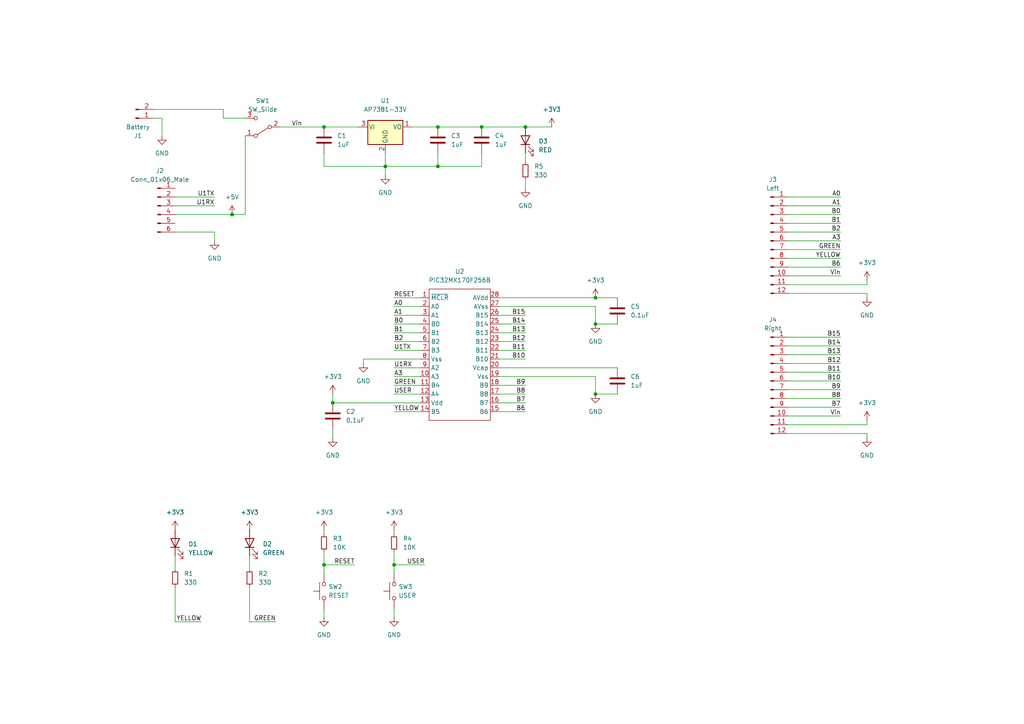
<source format=kicad_sch>
(kicad_sch (version 20211123) (generator eeschema)
  (paper "A4")
  (title_block (title "PIC32 Line Follower") (date "2023-04-08") (rev "1") (company "Northwestern") (comment 1 "Author: Marno Nel"))
  (lib_symbols
    (symbol "Connector:Conn_01x02_Male" (pin_names (offset 1.016) hide)
      (property "Reference" "J" (at 0 2.54 0))
      (property "Value" "Conn_01x02_Male" (at 0 -5.08 0))
      (symbol "Conn_01x02_Male_1_1"
        (polyline (pts (xy 1.27 -2.54) (xy 0.8636 -2.54)) (stroke (width 0.1524)))
        (polyline (pts (xy 1.27 0) (xy 0.8636 0)) (stroke (width 0.1524)))
        (rectangle (start 0.8636 -2.413) (end 0 -2.667) (stroke (width 0.1524)) (fill (type outline)))
        (rectangle (start 0.8636 0.127) (end 0 -0.127) (stroke (width 0.1524)) (fill (type outline)))
        (pin passive line (at 5.08 0 180) (length 3.81) (name "Pin_1") (number "1"))
        (pin passive line (at 5.08 -2.54 180) (length 3.81) (name "Pin_2") (number "2"))
      )
    )
    (symbol "Connector:Conn_01x06_Male" (pin_names (offset 1.016) hide)
      (property "Reference" "J" (at 0 7.62 0))
      (property "Value" "Conn_01x06_Male" (at 0 -10.16 0))
      (symbol "Conn_01x06_Male_1_1"
        (polyline (pts (xy 1.27 -7.62) (xy 0.8636 -7.62)) (stroke (width 0.1524)))
        (polyline (pts (xy 1.27 -5.08) (xy 0.8636 -5.08)) (stroke (width 0.1524)))
        (polyline (pts (xy 1.27 -2.54) (xy 0.8636 -2.54)) (stroke (width 0.1524)))
        (polyline (pts (xy 1.27 0) (xy 0.8636 0)) (stroke (width 0.1524)))
        (polyline (pts (xy 1.27 2.54) (xy 0.8636 2.54)) (stroke (width 0.1524)))
        (polyline (pts (xy 1.27 5.08) (xy 0.8636 5.08)) (stroke (width 0.1524)))
        (rectangle (start 0.8636 -7.493) (end 0 -7.747) (stroke (width 0.1524)) (fill (type outline)))
        (rectangle (start 0.8636 -4.953) (end 0 -5.207) (stroke (width 0.1524)) (fill (type outline)))
        (rectangle (start 0.8636 -2.413) (end 0 -2.667) (stroke (width 0.1524)) (fill (type outline)))
        (rectangle (start 0.8636 0.127) (end 0 -0.127) (stroke (width 0.1524)) (fill (type outline)))
        (rectangle (start 0.8636 2.667) (end 0 2.413) (stroke (width 0.1524)) (fill (type outline)))
        (rectangle (start 0.8636 5.207) (end 0 4.953) (stroke (width 0.1524)) (fill (type outline)))
        (pin passive line (at 5.08 5.08 180) (length 3.81) (name "Pin_1") (number "1"))
        (pin passive line (at 5.08 2.54 180) (length 3.81) (name "Pin_2") (number "2"))
        (pin passive line (at 5.08 0 180) (length 3.81) (name "Pin_3") (number "3"))
        (pin passive line (at 5.08 -2.54 180) (length 3.81) (name "Pin_4") (number "4"))
        (pin passive line (at 5.08 -5.08 180) (length 3.81) (name "Pin_5") (number "5"))
        (pin passive line (at 5.08 -7.62 180) (length 3.81) (name "Pin_6") (number "6"))
      )
    )
    (symbol "Connector:Conn_01x12_Male" (pin_names (offset 1.016) hide)
      (property "Reference" "J" (at 0 15.24 0))
      (property "Value" "Conn_01x12_Male" (at 0 -17.78 0))
      (symbol "Conn_01x12_Male_1_1"
        (polyline (pts (xy 1.27 -15.24) (xy 0.8636 -15.24)) (stroke (width 0.1524)))
        (polyline (pts (xy 1.27 -12.7) (xy 0.8636 -12.7)) (stroke (width 0.1524)))
        (polyline (pts (xy 1.27 -10.16) (xy 0.8636 -10.16)) (stroke (width 0.1524)))
        (polyline (pts (xy 1.27 -7.62) (xy 0.8636 -7.62)) (stroke (width 0.1524)))
        (polyline (pts (xy 1.27 -5.08) (xy 0.8636 -5.08)) (stroke (width 0.1524)))
        (polyline (pts (xy 1.27 -2.54) (xy 0.8636 -2.54)) (stroke (width 0.1524)))
        (polyline (pts (xy 1.27 0) (xy 0.8636 0)) (stroke (width 0.1524)))
        (polyline (pts (xy 1.27 2.54) (xy 0.8636 2.54)) (stroke (width 0.1524)))
        (polyline (pts (xy 1.27 5.08) (xy 0.8636 5.08)) (stroke (width 0.1524)))
        (polyline (pts (xy 1.27 7.62) (xy 0.8636 7.62)) (stroke (width 0.1524)))
        (polyline (pts (xy 1.27 10.16) (xy 0.8636 10.16)) (stroke (width 0.1524)))
        (polyline (pts (xy 1.27 12.7) (xy 0.8636 12.7)) (stroke (width 0.1524)))
        (rectangle (start 0.8636 -15.113) (end 0 -15.367) (stroke (width 0.1524)) (fill (type outline)))
        (rectangle (start 0.8636 -12.573) (end 0 -12.827) (stroke (width 0.1524)) (fill (type outline)))
        (rectangle (start 0.8636 -10.033) (end 0 -10.287) (stroke (width 0.1524)) (fill (type outline)))
        (rectangle (start 0.8636 -7.493) (end 0 -7.747) (stroke (width 0.1524)) (fill (type outline)))
        (rectangle (start 0.8636 -4.953) (end 0 -5.207) (stroke (width 0.1524)) (fill (type outline)))
        (rectangle (start 0.8636 -2.413) (end 0 -2.667) (stroke (width 0.1524)) (fill (type outline)))
        (rectangle (start 0.8636 0.127) (end 0 -0.127) (stroke (width 0.1524)) (fill (type outline)))
        (rectangle (start 0.8636 2.667) (end 0 2.413) (stroke (width 0.1524)) (fill (type outline)))
        (rectangle (start 0.8636 5.207) (end 0 4.953) (stroke (width 0.1524)) (fill (type outline)))
        (rectangle (start 0.8636 7.747) (end 0 7.493) (stroke (width 0.1524)) (fill (type outline)))
        (rectangle (start 0.8636 10.287) (end 0 10.033) (stroke (width 0.1524)) (fill (type outline)))
        (rectangle (start 0.8636 12.827) (end 0 12.573) (stroke (width 0.1524)) (fill (type outline)))
        (pin passive line (at 5.08 12.7 180) (length 3.81) (name "Pin_1") (number "1"))
        (pin passive line (at 5.08 -10.16 180) (length 3.81) (name "Pin_10") (number "10"))
        (pin passive line (at 5.08 -12.7 180) (length 3.81) (name "Pin_11") (number "11"))
        (pin passive line (at 5.08 -15.24 180) (length 3.81) (name "Pin_12") (number "12"))
        (pin passive line (at 5.08 10.16 180) (length 3.81) (name "Pin_2") (number "2"))
        (pin passive line (at 5.08 7.62 180) (length 3.81) (name "Pin_3") (number "3"))
        (pin passive line (at 5.08 5.08 180) (length 3.81) (name "Pin_4") (number "4"))
        (pin passive line (at 5.08 2.54 180) (length 3.81) (name "Pin_5") (number "5"))
        (pin passive line (at 5.08 0 180) (length 3.81) (name "Pin_6") (number "6"))
        (pin passive line (at 5.08 -2.54 180) (length 3.81) (name "Pin_7") (number "7"))
        (pin passive line (at 5.08 -5.08 180) (length 3.81) (name "Pin_8") (number "8"))
        (pin passive line (at 5.08 -7.62 180) (length 3.81) (name "Pin_9") (number "9"))
      )
    )
    (symbol "Device:C" (pin_numbers hide) (pin_names (offset 0.254))
      (property "Reference" "C" (at 0.635 2.54 0))
      (property "Value" "C" (at 0.635 -2.54 0))
      (symbol "C_0_1"
        (polyline (pts (xy -2.032 -0.762) (xy 2.032 -0.762)) (stroke (width 0.508)))
        (polyline (pts (xy -2.032 0.762) (xy 2.032 0.762)) (stroke (width 0.508)))
      )
      (symbol "C_1_1"
        (pin passive line (at 0 3.81 270) (length 2.794) (name "~") (number "1"))
        (pin passive line (at 0 -3.81 90) (length 2.794) (name "~") (number "2"))
      )
    )
    (symbol "Device:LED" (pin_numbers hide) (pin_names (offset 1.016) hide)
      (property "Reference" "D" (at 0 2.54 0))
      (property "Value" "LED" (at 0 -2.54 0))
      (symbol "LED_0_1"
        (polyline (pts (xy -1.27 -1.27) (xy -1.27 1.27)) (stroke (width 0.254)))
        (polyline (pts (xy -1.27 0) (xy 1.27 0)))
        (polyline (pts (xy 1.27 -1.27) (xy 1.27 1.27) (xy -1.27 0) (xy 1.27 -1.27)) (stroke (width 0.254)))
        (polyline (pts (xy -3.048 -0.762) (xy -4.572 -2.286) (xy -3.81 -2.286) (xy -4.572 -2.286) (xy -4.572 -1.524)))
        (polyline (pts (xy -1.778 -0.762) (xy -3.302 -2.286) (xy -2.54 -2.286) (xy -3.302 -2.286) (xy -3.302 -1.524)))
      )
      (symbol "LED_1_1"
        (pin passive line (at -3.81 0 0) (length 2.54) (name "K") (number "1"))
        (pin passive line (at 3.81 0 180) (length 2.54) (name "A") (number "2"))
      )
    )
    (symbol "Device:R_Small" (pin_numbers hide) (pin_names (offset 0.254) hide)
      (property "Reference" "R" (at 0.762 0.508 0))
      (property "Value" "R_Small" (at 0.762 -1.016 0))
      (symbol "R_Small_0_1"
        (rectangle (start -0.762 1.778) (end 0.762 -1.778) (stroke (width 0.2032)))
      )
      (symbol "R_Small_1_1"
        (pin passive line (at 0 2.54 270) (length 0.762) (name "~") (number "1"))
        (pin passive line (at 0 -2.54 90) (length 0.762) (name "~") (number "2"))
      )
    )
    (symbol "PIC32_PCB:AP7381-33V" (pin_names (offset 0.254))
      (property "Reference" "U" (at -3.81 3.175 0))
      (property "Value" "AP7381-33V" (at 0 3.175 0))
      (symbol "AP7381-33V_0_1"
        (rectangle (start -5.08 1.905) (end 5.08 -5.08) (stroke (width 0.254)) (fill (type background)))
      )
      (symbol "AP7381-33V_1_1"
        (pin power_out line (at 7.62 0 180) (length 2.54) (name "VO") (number "1"))
        (pin power_in line (at 0 -7.62 90) (length 2.54) (name "GND") (number "2"))
        (pin power_in line (at -7.62 0 0) (length 2.54) (name "VI") (number "3"))
      )
    )
    (symbol "PIC32_PCB:PIC32MX170F256B"
      (property "Reference" "U" (at -7.62 3.81 0))
      (property "Value" "PIC32MX170F256B" (at 0 1.27 0))
      (symbol "PIC32MX170F256B_0_1"
        (rectangle (start -8.89 -1.27) (end 8.89 -39.37))
      )
      (symbol "PIC32MX170F256B_1_1"
        (pin input line (at -11.43 -3.81 0) (length 2.54) (name "~{MCLR}") (number "1"))
        (pin bidirectional line (at -11.43 -26.67 0) (length 2.54) (name "A3") (number "10"))
        (pin bidirectional line (at -11.43 -29.21 0) (length 2.54) (name "B4") (number "11"))
        (pin bidirectional line (at -11.43 -31.75 0) (length 2.54) (name "A4") (number "12"))
        (pin power_out line (at -11.43 -34.29 0) (length 2.54) (name "Vdd") (number "13"))
        (pin bidirectional line (at -11.43 -36.83 0) (length 2.54) (name "B5") (number "14"))
        (pin bidirectional line (at 11.43 -36.83 180) (length 2.54) (name "B6") (number "15"))
        (pin bidirectional line (at 11.43 -34.29 180) (length 2.54) (name "B7") (number "16"))
        (pin bidirectional line (at 11.43 -31.75 180) (length 2.54) (name "B8") (number "17"))
        (pin bidirectional line (at 11.43 -29.21 180) (length 2.54) (name "B9") (number "18"))
        (pin power_in line (at 11.43 -26.67 180) (length 2.54) (name "Vss") (number "19"))
        (pin bidirectional line (at -11.43 -6.35 0) (length 2.54) (name "A0") (number "2"))
        (pin power_out line (at 11.43 -24.13 180) (length 2.54) (name "Vcap") (number "20"))
        (pin bidirectional line (at 11.43 -21.59 180) (length 2.54) (name "B10") (number "21"))
        (pin bidirectional line (at 11.43 -19.05 180) (length 2.54) (name "B11") (number "22"))
        (pin bidirectional line (at 11.43 -16.51 180) (length 2.54) (name "B12") (number "23"))
        (pin bidirectional line (at 11.43 -13.97 180) (length 2.54) (name "B13") (number "24"))
        (pin bidirectional line (at 11.43 -11.43 180) (length 2.54) (name "B14") (number "25"))
        (pin bidirectional line (at 11.43 -8.89 180) (length 2.54) (name "B15") (number "26"))
        (pin power_in line (at 11.43 -6.35 180) (length 2.54) (name "AVss") (number "27"))
        (pin power_out line (at 11.43 -3.81 180) (length 2.54) (name "AVdd") (number "28"))
        (pin bidirectional line (at -11.43 -8.89 0) (length 2.54) (name "A1") (number "3"))
        (pin bidirectional line (at -11.43 -11.43 0) (length 2.54) (name "B0") (number "4"))
        (pin bidirectional line (at -11.43 -13.97 0) (length 2.54) (name "B1") (number "5"))
        (pin bidirectional line (at -11.43 -16.51 0) (length 2.54) (name "B2") (number "6"))
        (pin bidirectional line (at -11.43 -19.05 0) (length 2.54) (name "B3") (number "7"))
        (pin power_in line (at -11.43 -21.59 0) (length 2.54) (name "Vss") (number "8"))
        (pin bidirectional line (at -11.43 -24.13 0) (length 2.54) (name "A2") (number "9"))
      )
    )
    (symbol "Switch:SW_Push" (pin_numbers hide) (pin_names (offset 1.016) hide)
      (property "Reference" "SW" (at 1.27 2.54 0))
      (property "Value" "SW_Push" (at 0 -1.524 0))
      (symbol "SW_Push_0_1"
        (circle (center -2.032 0) (radius 0.508))
        (polyline (pts (xy 0 1.27) (xy 0 3.048)))
        (polyline (pts (xy 2.54 1.27) (xy -2.54 1.27)))
        (circle (center 2.032 0) (radius 0.508))
        (pin passive line (at -5.08 0 0) (length 2.54) (name "1") (number "1"))
        (pin passive line (at 5.08 0 180) (length 2.54) (name "2") (number "2"))
      )
    )
    (symbol "Switch:SW_SPDT" (pin_names (offset 0) hide)
      (property "Reference" "SW" (at 0 4.318 0))
      (property "Value" "SW_SPDT" (at 0 -5.08 0))
      (symbol "SW_SPDT_0_0"
        (circle (center -2.032 0) (radius 0.508))
        (circle (center 2.032 -2.54) (radius 0.508))
      )
      (symbol "SW_SPDT_0_1"
        (polyline (pts (xy -1.524 0.254) (xy 1.651 2.286)))
        (circle (center 2.032 2.54) (radius 0.508))
      )
      (symbol "SW_SPDT_1_1"
        (pin passive line (at 5.08 2.54 180) (length 2.54) (name "A") (number "1"))
        (pin passive line (at -5.08 0 0) (length 2.54) (name "B") (number "2"))
        (pin passive line (at 5.08 -2.54 180) (length 2.54) (name "C") (number "3"))
      )
    )
    (symbol "power:+3.3V" (power) (pin_names (offset 0))
      (property "Value" "+3.3V" (at 0 3.556 0))
      (symbol "+3.3V_0_1"
        (polyline (pts (xy -0.762 1.27) (xy 0 2.54)))
        (polyline (pts (xy 0 0) (xy 0 2.54)))
        (polyline (pts (xy 0 2.54) (xy 0.762 1.27)))
      )
      (symbol "+3.3V_1_1"
        (pin power_in line (at 0 0 90) (length 0) hide (name "+3V3") (number "1"))
      )
    )
    (symbol "power:+5V" (power) (pin_names (offset 0))
      (property "Value" "+5V" (at 0 3.556 0))
      (symbol "+5V_0_1"
        (polyline (pts (xy -0.762 1.27) (xy 0 2.54)))
        (polyline (pts (xy 0 0) (xy 0 2.54)))
        (polyline (pts (xy 0 2.54) (xy 0.762 1.27)))
      )
      (symbol "+5V_1_1"
        (pin power_in line (at 0 0 90) (length 0) hide (name "+5V") (number "1"))
      )
    )
    (symbol "power:GND" (power) (pin_names (offset 0))
      (property "Value" "GND" (at 0 -3.81 0))
      (symbol "GND_0_1"
        (polyline (pts (xy 0 0) (xy 0 -1.27) (xy 1.27 -1.27) (xy 0 -2.54) (xy -1.27 -1.27) (xy 0 -1.27)))
      )
      (symbol "GND_1_1"
        (pin power_in line (at 0 0 270) (length 0) hide (name "GND") (number "1"))
      )
    )
  )
  (junction (at 172.72 114.3))
  (junction (at 96.52 116.84))
  (junction (at 139.7 36.83))
  (junction (at 114.3 163.83))
  (junction (at 93.98 163.83))
  (junction (at 67.31 62.23))
  (junction (at 93.98 36.83))
  (junction (at 111.76 48.26))
  (junction (at 127 48.26))
  (junction (at 172.72 86.36))
  (junction (at 172.72 93.98))
  (junction (at 127 36.83))
  (junction (at 152.4 36.83))
  (wire (pts (xy 144.78 109.22) (xy 172.72 109.22)))
  (wire (pts (xy 114.3 88.9) (xy 121.92 88.9)))
  (wire (pts (xy 93.98 160.02) (xy 93.98 163.83)))
  (wire (pts (xy 228.6 118.11) (xy 243.84 118.11)))
  (wire (pts (xy 144.78 99.06) (xy 152.4 99.06)))
  (wire (pts (xy 228.6 67.31) (xy 243.84 67.31)))
  (wire (pts (xy 93.98 179.07) (xy 93.98 176.53)))
  (wire (pts (xy 228.6 72.39) (xy 243.84 72.39)))
  (wire (pts (xy 93.98 163.83) (xy 93.98 166.37)))
  (wire (pts (xy 228.6 120.65) (xy 243.84 120.65)))
  (wire (pts (xy 114.3 153.67) (xy 114.3 154.94)))
  (wire (pts (xy 251.46 85.09) (xy 251.46 86.36)))
  (wire (pts (xy 144.78 101.6) (xy 152.4 101.6)))
  (wire (pts (xy 251.46 125.73) (xy 251.46 127)))
  (wire (pts (xy 228.6 107.95) (xy 243.84 107.95)))
  (wire (pts (xy 152.4 54.61) (xy 152.4 52.07)))
  (wire (pts (xy 144.78 119.38) (xy 152.4 119.38)))
  (wire (pts (xy 114.3 99.06) (xy 121.92 99.06)))
  (wire (pts (xy 228.6 82.55) (xy 251.46 82.55)))
  (wire (pts (xy 139.7 48.26) (xy 127 48.26)))
  (wire (pts (xy 114.3 109.22) (xy 121.92 109.22)))
  (wire (pts (xy 119.38 36.83) (xy 127 36.83)))
  (wire (pts (xy 144.78 111.76) (xy 152.4 111.76)))
  (wire (pts (xy 228.6 102.87) (xy 243.84 102.87)))
  (wire (pts (xy 228.6 125.73) (xy 251.46 125.73)))
  (wire (pts (xy 93.98 163.83) (xy 102.87 163.83)))
  (wire (pts (xy 139.7 36.83) (xy 152.4 36.83)))
  (wire (pts (xy 114.3 106.68) (xy 121.92 106.68)))
  (wire (pts (xy 96.52 116.84) (xy 121.92 116.84)))
  (wire (pts (xy 62.23 67.31) (xy 62.23 69.85)))
  (wire (pts (xy 114.3 111.76) (xy 121.92 111.76)))
  (wire (pts (xy 114.3 160.02) (xy 114.3 163.83)))
  (wire (pts (xy 121.92 104.14) (xy 105.41 104.14)))
  (wire (pts (xy 96.52 127) (xy 96.52 124.46)))
  (wire (pts (xy 50.8 161.29) (xy 50.8 165.1)))
  (wire (pts (xy 228.6 64.77) (xy 243.84 64.77)))
  (wire (pts (xy 93.98 48.26) (xy 111.76 48.26)))
  (wire (pts (xy 228.6 100.33) (xy 243.84 100.33)))
  (wire (pts (xy 67.31 62.23) (xy 71.12 62.23)))
  (wire (pts (xy 127 36.83) (xy 139.7 36.83)))
  (wire (pts (xy 139.7 44.45) (xy 139.7 48.26)))
  (wire (pts (xy 144.78 91.44) (xy 152.4 91.44)))
  (wire (pts (xy 50.8 57.15) (xy 62.23 57.15)))
  (wire (pts (xy 81.28 36.83) (xy 93.98 36.83)))
  (wire (pts (xy 228.6 80.01) (xy 243.84 80.01)))
  (wire (pts (xy 96.52 114.3) (xy 96.52 116.84)))
  (wire (pts (xy 152.4 46.99) (xy 152.4 44.45)))
  (wire (pts (xy 50.8 180.34) (xy 58.42 180.34)))
  (wire (pts (xy 228.6 113.03) (xy 243.84 113.03)))
  (wire (pts (xy 72.39 180.34) (xy 80.01 180.34)))
  (wire (pts (xy 228.6 62.23) (xy 243.84 62.23)))
  (wire (pts (xy 114.3 179.07) (xy 114.3 176.53)))
  (wire (pts (xy 93.98 44.45) (xy 93.98 48.26)))
  (wire (pts (xy 44.45 31.75) (xy 64.77 31.75)))
  (wire (pts (xy 144.78 86.36) (xy 172.72 86.36)))
  (wire (pts (xy 114.3 114.3) (xy 121.92 114.3)))
  (wire (pts (xy 228.6 59.69) (xy 243.84 59.69)))
  (wire (pts (xy 114.3 163.83) (xy 123.19 163.83)))
  (wire (pts (xy 72.39 170.18) (xy 72.39 180.34)))
  (wire (pts (xy 152.4 36.83) (xy 160.02 36.83)))
  (wire (pts (xy 64.77 31.75) (xy 64.77 34.29)))
  (wire (pts (xy 64.77 34.29) (xy 71.12 34.29)))
  (wire (pts (xy 228.6 115.57) (xy 243.84 115.57)))
  (wire (pts (xy 172.72 86.36) (xy 179.07 86.36)))
  (wire (pts (xy 93.98 36.83) (xy 104.14 36.83)))
  (wire (pts (xy 228.6 77.47) (xy 243.84 77.47)))
  (wire (pts (xy 144.78 88.9) (xy 172.72 88.9)))
  (wire (pts (xy 228.6 97.79) (xy 243.84 97.79)))
  (wire (pts (xy 144.78 96.52) (xy 152.4 96.52)))
  (wire (pts (xy 111.76 44.45) (xy 111.76 48.26)))
  (wire (pts (xy 144.78 114.3) (xy 152.4 114.3)))
  (wire (pts (xy 114.3 93.98) (xy 121.92 93.98)))
  (wire (pts (xy 251.46 123.19) (xy 251.46 121.92)))
  (wire (pts (xy 172.72 93.98) (xy 179.07 93.98)))
  (wire (pts (xy 172.72 114.3) (xy 179.07 114.3)))
  (wire (pts (xy 127 44.45) (xy 127 48.26)))
  (wire (pts (xy 228.6 85.09) (xy 251.46 85.09)))
  (wire (pts (xy 114.3 86.36) (xy 121.92 86.36)))
  (wire (pts (xy 50.8 170.18) (xy 50.8 180.34)))
  (wire (pts (xy 105.41 104.14) (xy 105.41 105.41)))
  (wire (pts (xy 228.6 74.93) (xy 243.84 74.93)))
  (wire (pts (xy 114.3 119.38) (xy 121.92 119.38)))
  (wire (pts (xy 228.6 110.49) (xy 243.84 110.49)))
  (wire (pts (xy 71.12 62.23) (xy 71.12 39.37)))
  (wire (pts (xy 50.8 67.31) (xy 62.23 67.31)))
  (wire (pts (xy 144.78 106.68) (xy 179.07 106.68)))
  (wire (pts (xy 228.6 69.85) (xy 243.84 69.85)))
  (wire (pts (xy 228.6 105.41) (xy 243.84 105.41)))
  (wire (pts (xy 114.3 101.6) (xy 121.92 101.6)))
  (wire (pts (xy 114.3 163.83) (xy 114.3 166.37)))
  (wire (pts (xy 46.99 34.29) (xy 46.99 39.37)))
  (wire (pts (xy 50.8 62.23) (xy 67.31 62.23)))
  (wire (pts (xy 114.3 91.44) (xy 121.92 91.44)))
  (wire (pts (xy 172.72 109.22) (xy 172.72 114.3)))
  (wire (pts (xy 144.78 93.98) (xy 152.4 93.98)))
  (wire (pts (xy 251.46 82.55) (xy 251.46 81.28)))
  (wire (pts (xy 93.98 153.67) (xy 93.98 154.94)))
  (wire (pts (xy 114.3 96.52) (xy 121.92 96.52)))
  (wire (pts (xy 72.39 161.29) (xy 72.39 165.1)))
  (wire (pts (xy 172.72 88.9) (xy 172.72 93.98)))
  (wire (pts (xy 144.78 104.14) (xy 152.4 104.14)))
  (wire (pts (xy 144.78 116.84) (xy 152.4 116.84)))
  (wire (pts (xy 111.76 48.26) (xy 111.76 50.8)))
  (wire (pts (xy 228.6 57.15) (xy 243.84 57.15)))
  (wire (pts (xy 228.6 123.19) (xy 251.46 123.19)))
  (wire (pts (xy 50.8 59.69) (xy 62.23 59.69)))
  (wire (pts (xy 44.45 34.29) (xy 46.99 34.29)))
  (wire (pts (xy 127 48.26) (xy 111.76 48.26)))
  (label "A1" (at 243.84 59.69 180))
  (label "B7" (at 243.84 118.11 180))
  (label "A3" (at 114.3 109.22 0))
  (label "A1" (at 114.3 91.44 0))
  (label "GREEN" (at 114.3 111.76 0))
  (label "U1TX" (at 62.23 57.15 180))
  (label "Vin" (at 243.84 80.01 180))
  (label "B12" (at 152.4 99.06 180))
  (label "A0" (at 243.84 57.15 180))
  (label "U1RX" (at 114.3 106.68 0))
  (label "GREEN" (at 243.84 72.39 180))
  (label "B8" (at 243.84 115.57 180))
  (label "YELLOW" (at 58.42 180.34 180))
  (label "B1" (at 243.84 64.77 180))
  (label "B0" (at 114.3 93.98 0))
  (label "U1TX" (at 114.3 101.6 0))
  (label "B14" (at 243.84 100.33 180))
  (label "B12" (at 243.84 105.41 180))
  (label "USER" (at 123.19 163.83 180))
  (label "B2" (at 114.3 99.06 0))
  (label "B7" (at 152.4 116.84 180))
  (label "B13" (at 152.4 96.52 180))
  (label "A0" (at 114.3 88.9 0))
  (label "B9" (at 152.4 111.76 180))
  (label "A3" (at 243.84 69.85 180))
  (label "RESET" (at 102.87 163.83 180))
  (label "B13" (at 243.84 102.87 180))
  (label "B6" (at 152.4 119.38 180))
  (label "Vin" (at 87.63 36.83 180))
  (label "B6" (at 243.84 77.47 180))
  (label "USER" (at 114.3 114.3 0))
  (label "B9" (at 243.84 113.03 180))
  (label "B14" (at 152.4 93.98 180))
  (label "YELLOW" (at 114.3 119.38 0))
  (label "B15" (at 152.4 91.44 180))
  (label "U1RX" (at 62.23 59.69 180))
  (label "B8" (at 152.4 114.3 180))
  (label "GREEN" (at 80.01 180.34 180))
  (label "YELLOW" (at 243.84 74.93 180))
  (label "B10" (at 152.4 104.14 180))
  (label "B11" (at 243.84 107.95 180))
  (label "B1" (at 114.3 96.52 0))
  (label "B10" (at 243.84 110.49 180))
  (label "B0" (at 243.84 62.23 180))
  (label "B2" (at 243.84 67.31 180))
  (label "B11" (at 152.4 101.6 180))
  (label "Vin" (at 243.84 120.65 180))
  (label "RESET" (at 114.3 86.36 0))
  (label "B15" (at 243.84 97.79 180))
  (symbol (lib_id "power:+3.3V") (at 93.98 153.67 0) (unit 1)
    (property "Reference" "#PWR06" (effects hide))
    (property "Value" "+3.3V" (at 93.98 148.59 0))
  )
  (symbol (lib_id "power:+3.3V") (at 251.46 121.92 0) (unit 1)
    (property "Reference" "#PWR021" (effects hide))
    (property "Value" "+3.3V" (at 251.46 116.84 0))
  )
  (symbol (lib_id "Connector:Conn_01x06_Male") (at 45.72 59.69 0) (unit 1)
    (property "Reference" "J2" (at 46.355 49.53 0))
    (property "Value" "Conn_01x06_Male" (at 46.355 52.07 0))
    (property "Footprint" "Connector_PinSocket_2.54mm:PinSocket_1x06_P2.54mm_Vertical" (effects hide))
  )
  (symbol (lib_id "Device:R_Small") (at 72.39 167.64 0) (unit 1)
    (property "Reference" "R2" (at 74.93 166.3699 0) (effects (justify left)))
    (property "Value" "330" (at 74.93 168.9099 0) (effects (justify left)))
    (property "Footprint" "Resistor_THT:R_Axial_DIN0207_L6.3mm_D2.5mm_P7.62mm_Horizontal" (effects hide))
  )
  (symbol (lib_id "power:+3.3V") (at 72.39 153.67 0) (unit 1)
    (property "Reference" "#PWR05" (effects hide))
    (property "Value" "+3.3V" (at 72.39 148.59 0))
  )
  (symbol (lib_id "PIC32_PCB:AP7381-33V") (at 111.76 36.83 0) (unit 1)
    (property "Reference" "U1" (at 111.76 29.21 0))
    (property "Value" "AP7381-33V" (at 111.76 31.75 0))
    (property "Footprint" "Package_TO_SOT_THT:TO-92L_Inline" (effects hide))
  )
  (symbol (lib_id "power:+3.3V") (at 172.72 86.36 0) (unit 1)
    (property "Reference" "#PWR016" (effects hide))
    (property "Value" "+3.3V" (at 172.72 81.28 0))
  )
  (symbol (lib_id "power:GND") (at 111.76 50.8 0) (unit 1)
    (property "Reference" "#PWR011" (effects hide))
    (property "Value" "GND" (at 111.76 55.88 0))
  )
  (symbol (lib_id "Switch:SW_SPDT") (at 76.2 36.83 180) (unit 1)
    (property "Reference" "SW1" (at 76.2 29.21 0))
    (property "Value" "SW_Slide" (at 76.2 31.75 0))
    (property "Footprint" "PIC32:Slide_Switch" (effects hide))
  )
  (symbol (lib_id "Device:C") (at 96.52 120.65 0) (unit 1)
    (property "Reference" "C2" (at 100.33 119.3799 0) (effects (justify left)))
    (property "Value" "0.1uF" (at 100.33 121.9199 0) (effects (justify left)))
    (property "Footprint" "Capacitor_THT:C_Disc_D3.8mm_W2.6mm_P2.50mm" (effects hide))
  )
  (symbol (lib_id "power:+3.3V") (at 251.46 81.28 0) (unit 1)
    (property "Reference" "#PWR019" (effects hide))
    (property "Value" "+3.3V" (at 251.46 76.2 0))
  )
  (symbol (lib_id "power:GND") (at 251.46 86.36 0) (unit 1)
    (property "Reference" "#PWR020" (effects hide))
    (property "Value" "GND" (at 251.46 91.44 0))
  )
  (symbol (lib_id "Device:LED") (at 152.4 40.64 90) (unit 1)
    (property "Reference" "D3" (at 156.21 40.9574 90) (effects (justify right)))
    (property "Value" "RED" (at 156.21 43.4974 90) (effects (justify right)))
    (property "Footprint" "LED_THT:LED_D3.0mm" (effects hide))
  )
  (symbol (lib_id "power:GND") (at 105.41 105.41 0) (unit 1)
    (property "Reference" "#PWR010" (effects hide))
    (property "Value" "GND" (at 105.41 110.49 0))
  )
  (symbol (lib_id "power:+3.3V") (at 50.8 153.67 0) (unit 1)
    (property "Reference" "#PWR02" (effects hide))
    (property "Value" "+3.3V" (at 50.8 148.59 0))
  )
  (symbol (lib_id "Switch:SW_Push") (at 114.3 171.45 90) (unit 1)
    (property "Reference" "SW3" (at 115.57 170.1799 90) (effects (justify right)))
    (property "Value" "USER" (at 115.57 172.7199 90) (effects (justify right)))
    (property "Footprint" "PIC32:PinSocket_1x03_P2.54mm_Vertical" (effects hide))
  )
  (symbol (lib_id "Device:C") (at 127 40.64 0) (unit 1)
    (property "Reference" "C3" (at 130.81 39.3699 0) (effects (justify left)))
    (property "Value" "1uF" (at 130.81 41.9099 0) (effects (justify left)))
    (property "Footprint" "Capacitor_THT:C_Disc_D3.4mm_W2.1mm_P2.50mm" (effects hide))
  )
  (symbol (lib_id "power:GND") (at 251.46 127 0) (unit 1)
    (property "Reference" "#PWR022" (effects hide))
    (property "Value" "GND" (at 251.46 132.08 0))
  )
  (symbol (lib_id "power:GND") (at 46.99 39.37 0) (unit 1)
    (property "Reference" "#PWR01" (effects hide))
    (property "Value" "GND" (at 46.99 44.45 0))
  )
  (symbol (lib_id "Device:C") (at 179.07 110.49 0) (unit 1)
    (property "Reference" "C6" (at 182.88 109.2199 0) (effects (justify left)))
    (property "Value" "1uF" (at 182.88 111.7599 0) (effects (justify left)))
    (property "Footprint" "Capacitor_THT:C_Disc_D3.4mm_W2.1mm_P2.50mm" (effects hide))
  )
  (symbol (lib_id "Connector:Conn_01x02_Male") (at 39.37 34.29 0) (mirror x) (unit 1)
    (property "Reference" "J1" (at 40.005 39.37 0))
    (property "Value" "Battery" (at 40.005 36.83 0))
    (property "Footprint" "Connector_PinSocket_2.54mm:PinSocket_1x02_P2.54mm_Vertical" (effects hide))
  )
  (symbol (lib_id "Device:C") (at 139.7 40.64 0) (unit 1)
    (property "Reference" "C4" (at 143.51 39.3699 0) (effects (justify left)))
    (property "Value" "1uF" (at 143.51 41.9099 0) (effects (justify left)))
    (property "Footprint" "Capacitor_THT:C_Disc_D3.4mm_W2.1mm_P2.50mm" (effects hide))
  )
  (symbol (lib_id "Device:C") (at 93.98 40.64 0) (unit 1)
    (property "Reference" "C1" (at 97.79 39.3699 0) (effects (justify left)))
    (property "Value" "1uF" (at 97.79 41.9099 0) (effects (justify left)))
    (property "Footprint" "Capacitor_THT:C_Disc_D3.4mm_W2.1mm_P2.50mm" (effects hide))
  )
  (symbol (lib_id "Switch:SW_Push") (at 93.98 171.45 90) (unit 1)
    (property "Reference" "SW2" (at 95.25 170.1799 90) (effects (justify right)))
    (property "Value" "RESET" (at 95.25 172.7199 90) (effects (justify right)))
    (property "Footprint" "PIC32:PinSocket_1x03_P2.54mm_Vertical" (effects hide))
  )
  (symbol (lib_id "Device:R_Small") (at 93.98 157.48 0) (unit 1)
    (property "Reference" "R3" (at 96.52 156.2099 0) (effects (justify left)))
    (property "Value" "10K" (at 96.52 158.7499 0) (effects (justify left)))
    (property "Footprint" "Resistor_THT:R_Axial_DIN0207_L6.3mm_D2.5mm_P7.62mm_Horizontal" (effects hide))
  )
  (symbol (lib_id "Device:LED") (at 50.8 157.48 90) (unit 1)
    (property "Reference" "D1" (at 54.61 157.7974 90) (effects (justify right)))
    (property "Value" "YELLOW" (at 54.61 160.3374 90) (effects (justify right)))
    (property "Footprint" "LED_THT:LED_D3.0mm" (effects hide))
  )
  (symbol (lib_id "Device:R_Small") (at 50.8 167.64 0) (unit 1)
    (property "Reference" "R1" (at 53.34 166.3699 0) (effects (justify left)))
    (property "Value" "330" (at 53.34 168.9099 0) (effects (justify left)))
    (property "Footprint" "Resistor_THT:R_Axial_DIN0207_L6.3mm_D2.5mm_P7.62mm_Horizontal" (effects hide))
  )
  (symbol (lib_id "power:GND") (at 96.52 127 0) (unit 1)
    (property "Reference" "#PWR09" (effects hide))
    (property "Value" "GND" (at 96.52 132.08 0))
  )
  (symbol (lib_id "Connector:Conn_01x12_Male") (at 223.52 69.85 0) (unit 1)
    (property "Reference" "J3" (at 224.155 52.07 0))
    (property "Value" "Left" (at 224.155 54.61 0))
    (property "Footprint" "Connector_PinSocket_2.54mm:PinSocket_1x12_P2.54mm_Vertical" (effects hide))
  )
  (symbol (lib_id "Device:R_Small") (at 114.3 157.48 0) (unit 1)
    (property "Reference" "R4" (at 116.84 156.2099 0) (effects (justify left)))
    (property "Value" "10K" (at 116.84 158.7499 0) (effects (justify left)))
    (property "Footprint" "Resistor_THT:R_Axial_DIN0207_L6.3mm_D2.5mm_P7.62mm_Horizontal" (effects hide))
  )
  (symbol (lib_id "power:+5V") (at 67.31 62.23 0) (unit 1)
    (property "Reference" "#PWR04" (effects hide))
    (property "Value" "+5V" (at 67.31 57.15 0))
  )
  (symbol (lib_id "power:+3.3V") (at 114.3 153.67 0) (unit 1)
    (property "Reference" "#PWR012" (effects hide))
    (property "Value" "+3.3V" (at 114.3 148.59 0))
  )
  (symbol (lib_id "power:GND") (at 62.23 69.85 0) (unit 1)
    (property "Reference" "#PWR03" (effects hide))
    (property "Value" "GND" (at 62.23 74.93 0))
  )
  (symbol (lib_id "power:+3.3V") (at 96.52 114.3 0) (unit 1)
    (property "Reference" "#PWR08" (effects hide))
    (property "Value" "+3.3V" (at 96.52 109.22 0))
  )
  (symbol (lib_id "power:GND") (at 114.3 179.07 0) (unit 1)
    (property "Reference" "#PWR013" (effects hide))
    (property "Value" "GND" (at 114.3 184.15 0))
  )
  (symbol (lib_id "power:GND") (at 172.72 114.3 0) (unit 1)
    (property "Reference" "#PWR018" (effects hide))
    (property "Value" "GND" (at 172.72 119.38 0))
  )
  (symbol (lib_id "power:GND") (at 152.4 54.61 0) (unit 1)
    (property "Reference" "#PWR014" (effects hide))
    (property "Value" "GND" (at 152.4 59.69 0))
  )
  (symbol (lib_id "power:+3.3V") (at 160.02 36.83 0) (unit 1)
    (property "Reference" "#PWR015" (effects hide))
    (property "Value" "+3.3V" (at 160.02 31.75 0))
  )
  (symbol (lib_id "Device:LED") (at 72.39 157.48 90) (unit 1)
    (property "Reference" "D2" (at 76.2 157.7974 90) (effects (justify right)))
    (property "Value" "GREEN" (at 76.2 160.3374 90) (effects (justify right)))
    (property "Footprint" "LED_THT:LED_D3.0mm" (effects hide))
  )
  (symbol (lib_id "power:GND") (at 172.72 93.98 0) (unit 1)
    (property "Reference" "#PWR017" (effects hide))
    (property "Value" "GND" (at 172.72 99.06 0))
  )
  (symbol (lib_id "power:GND") (at 93.98 179.07 0) (unit 1)
    (property "Reference" "#PWR07" (effects hide))
    (property "Value" "GND" (at 93.98 184.15 0))
  )
  (symbol (lib_id "PIC32_PCB:PIC32MX170F256B") (at 133.35 82.55 0) (unit 1)
    (property "Reference" "U2" (at 133.35 78.74 0))
    (property "Value" "PIC32MX170F256B" (at 133.35 81.28 0))
    (property "Footprint" "Package_DIP:DIP-28_W7.62mm_Socket" (effects hide))
  )
  (symbol (lib_id "Device:C") (at 179.07 90.17 0) (unit 1)
    (property "Reference" "C5" (at 182.88 88.8999 0) (effects (justify left)))
    (property "Value" "0.1uF" (at 182.88 91.4399 0) (effects (justify left)))
    (property "Footprint" "Capacitor_THT:C_Disc_D3.8mm_W2.6mm_P2.50mm" (effects hide))
  )
  (symbol (lib_id "Connector:Conn_01x12_Male") (at 223.52 110.49 0) (unit 1)
    (property "Reference" "J4" (at 224.155 92.71 0))
    (property "Value" "Right" (at 224.155 95.25 0))
    (property "Footprint" "Connector_PinSocket_2.54mm:PinSocket_1x12_P2.54mm_Vertical" (effects hide))
  )
  (symbol (lib_id "Device:R_Small") (at 152.4 49.53 0) (unit 1)
    (property "Reference" "R5" (at 154.94 48.2599 0) (effects (justify left)))
    (property "Value" "330" (at 154.94 50.7999 0) (effects (justify left)))
    (property "Footprint" "Resistor_THT:R_Axial_DIN0207_L6.3mm_D2.5mm_P7.62mm_Horizontal" (effects hide))
  )
)
</source>
